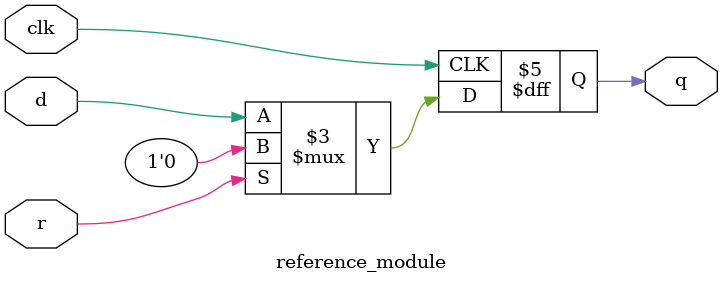
<source format=sv>
module reference_module (
	input clk,
	input d,
	input r,
	output logic q
);

	always@(posedge clk) begin
		if (r)
			q <= 0;
		else
			q <= d;
	end

endmodule

</source>
